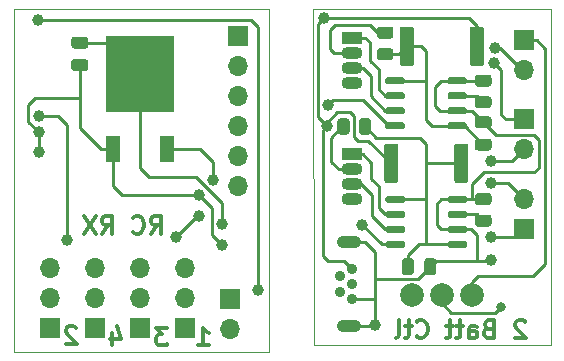
<source format=gbr>
%TF.GenerationSoftware,KiCad,Pcbnew,(5.1.7)-1*%
%TF.CreationDate,2021-06-20T23:27:28+01:00*%
%TF.ProjectId,RcDev,52634465-762e-46b6-9963-61645f706362,rev?*%
%TF.SameCoordinates,Original*%
%TF.FileFunction,Copper,L2,Bot*%
%TF.FilePolarity,Positive*%
%FSLAX46Y46*%
G04 Gerber Fmt 4.6, Leading zero omitted, Abs format (unit mm)*
G04 Created by KiCad (PCBNEW (5.1.7)-1) date 2021-06-20 23:27:28*
%MOMM*%
%LPD*%
G01*
G04 APERTURE LIST*
%TA.AperFunction,Profile*%
%ADD10C,0.050000*%
%TD*%
%TA.AperFunction,NonConductor*%
%ADD11C,0.300000*%
%TD*%
%TA.AperFunction,ComponentPad*%
%ADD12O,1.700000X1.700000*%
%TD*%
%TA.AperFunction,ComponentPad*%
%ADD13R,1.700000X1.700000*%
%TD*%
%TA.AperFunction,ComponentPad*%
%ADD14C,2.000000*%
%TD*%
%TA.AperFunction,ComponentPad*%
%ADD15C,0.900000*%
%TD*%
%TA.AperFunction,ComponentPad*%
%ADD16O,2.050000X1.050000*%
%TD*%
%TA.AperFunction,ComponentPad*%
%ADD17O,1.800000X1.070000*%
%TD*%
%TA.AperFunction,ComponentPad*%
%ADD18R,1.800000X1.070000*%
%TD*%
%TA.AperFunction,SMDPad,CuDef*%
%ADD19R,5.800000X6.400000*%
%TD*%
%TA.AperFunction,SMDPad,CuDef*%
%ADD20R,1.200000X2.200000*%
%TD*%
%TA.AperFunction,ViaPad*%
%ADD21C,1.000000*%
%TD*%
%TA.AperFunction,ViaPad*%
%ADD22C,0.800000*%
%TD*%
%TA.AperFunction,Conductor*%
%ADD23C,0.250000*%
%TD*%
G04 APERTURE END LIST*
D10*
X131038600Y-50292000D02*
X151130000Y-50292000D01*
X105689400Y-50266600D02*
X105664000Y-79349600D01*
X127254000Y-50292000D02*
X105689400Y-50266600D01*
X127279400Y-79349600D02*
X127254000Y-50292000D01*
X105664000Y-79349600D02*
X127279400Y-79349600D01*
X131064000Y-78765400D02*
X131038600Y-50292000D01*
X151130000Y-78740000D02*
X131064000Y-78765400D01*
X151130000Y-50292000D02*
X151130000Y-78740000D01*
D11*
X114014285Y-77720071D02*
X114014285Y-78720071D01*
X114371428Y-77148642D02*
X114728571Y-78220071D01*
X113800000Y-78220071D01*
X118673500Y-77283571D02*
X117744928Y-77283571D01*
X118244928Y-77855000D01*
X118030642Y-77855000D01*
X117887785Y-77926428D01*
X117816357Y-77997857D01*
X117744928Y-78140714D01*
X117744928Y-78497857D01*
X117816357Y-78640714D01*
X117887785Y-78712142D01*
X118030642Y-78783571D01*
X118459214Y-78783571D01*
X118602071Y-78712142D01*
X118673500Y-78640714D01*
X110918571Y-77299428D02*
X110847142Y-77228000D01*
X110704285Y-77156571D01*
X110347142Y-77156571D01*
X110204285Y-77228000D01*
X110132857Y-77299428D01*
X110061428Y-77442285D01*
X110061428Y-77585142D01*
X110132857Y-77799428D01*
X110990000Y-78656571D01*
X110061428Y-78656571D01*
X121300928Y-78783571D02*
X122158071Y-78783571D01*
X121729500Y-78783571D02*
X121729500Y-77283571D01*
X121872357Y-77497857D01*
X122015214Y-77640714D01*
X122158071Y-77712142D01*
X148989371Y-76791428D02*
X148917942Y-76720000D01*
X148775085Y-76648571D01*
X148417942Y-76648571D01*
X148275085Y-76720000D01*
X148203657Y-76791428D01*
X148132228Y-76934285D01*
X148132228Y-77077142D01*
X148203657Y-77291428D01*
X149060800Y-78148571D01*
X148132228Y-78148571D01*
X145846514Y-77362857D02*
X145632228Y-77434285D01*
X145560800Y-77505714D01*
X145489371Y-77648571D01*
X145489371Y-77862857D01*
X145560800Y-78005714D01*
X145632228Y-78077142D01*
X145775085Y-78148571D01*
X146346514Y-78148571D01*
X146346514Y-76648571D01*
X145846514Y-76648571D01*
X145703657Y-76720000D01*
X145632228Y-76791428D01*
X145560800Y-76934285D01*
X145560800Y-77077142D01*
X145632228Y-77220000D01*
X145703657Y-77291428D01*
X145846514Y-77362857D01*
X146346514Y-77362857D01*
X144203657Y-78148571D02*
X144203657Y-77362857D01*
X144275085Y-77220000D01*
X144417942Y-77148571D01*
X144703657Y-77148571D01*
X144846514Y-77220000D01*
X144203657Y-78077142D02*
X144346514Y-78148571D01*
X144703657Y-78148571D01*
X144846514Y-78077142D01*
X144917942Y-77934285D01*
X144917942Y-77791428D01*
X144846514Y-77648571D01*
X144703657Y-77577142D01*
X144346514Y-77577142D01*
X144203657Y-77505714D01*
X143703657Y-77148571D02*
X143132228Y-77148571D01*
X143489371Y-76648571D02*
X143489371Y-77934285D01*
X143417942Y-78077142D01*
X143275085Y-78148571D01*
X143132228Y-78148571D01*
X142846514Y-77148571D02*
X142275085Y-77148571D01*
X142632228Y-76648571D02*
X142632228Y-77934285D01*
X142560800Y-78077142D01*
X142417942Y-78148571D01*
X142275085Y-78148571D01*
X139775085Y-78005714D02*
X139846514Y-78077142D01*
X140060800Y-78148571D01*
X140203657Y-78148571D01*
X140417942Y-78077142D01*
X140560800Y-77934285D01*
X140632228Y-77791428D01*
X140703657Y-77505714D01*
X140703657Y-77291428D01*
X140632228Y-77005714D01*
X140560800Y-76862857D01*
X140417942Y-76720000D01*
X140203657Y-76648571D01*
X140060800Y-76648571D01*
X139846514Y-76720000D01*
X139775085Y-76791428D01*
X139346514Y-77148571D02*
X138775085Y-77148571D01*
X139132228Y-76648571D02*
X139132228Y-77934285D01*
X139060800Y-78077142D01*
X138917942Y-78148571D01*
X138775085Y-78148571D01*
X138060800Y-78148571D02*
X138203657Y-78077142D01*
X138275085Y-77934285D01*
X138275085Y-76648571D01*
X117256428Y-69322071D02*
X117756428Y-68607785D01*
X118113571Y-69322071D02*
X118113571Y-67822071D01*
X117542142Y-67822071D01*
X117399285Y-67893500D01*
X117327857Y-67964928D01*
X117256428Y-68107785D01*
X117256428Y-68322071D01*
X117327857Y-68464928D01*
X117399285Y-68536357D01*
X117542142Y-68607785D01*
X118113571Y-68607785D01*
X115756428Y-69179214D02*
X115827857Y-69250642D01*
X116042142Y-69322071D01*
X116185000Y-69322071D01*
X116399285Y-69250642D01*
X116542142Y-69107785D01*
X116613571Y-68964928D01*
X116685000Y-68679214D01*
X116685000Y-68464928D01*
X116613571Y-68179214D01*
X116542142Y-68036357D01*
X116399285Y-67893500D01*
X116185000Y-67822071D01*
X116042142Y-67822071D01*
X115827857Y-67893500D01*
X115756428Y-67964928D01*
X113113571Y-69322071D02*
X113613571Y-68607785D01*
X113970714Y-69322071D02*
X113970714Y-67822071D01*
X113399285Y-67822071D01*
X113256428Y-67893500D01*
X113185000Y-67964928D01*
X113113571Y-68107785D01*
X113113571Y-68322071D01*
X113185000Y-68464928D01*
X113256428Y-68536357D01*
X113399285Y-68607785D01*
X113970714Y-68607785D01*
X112613571Y-67822071D02*
X111613571Y-69322071D01*
X111613571Y-67822071D02*
X112613571Y-69322071D01*
D12*
%TO.P,J9,2*%
%TO.N,/2+*%
X148869400Y-66395600D03*
D13*
%TO.P,J9,1*%
%TO.N,/2-*%
X148869400Y-68935600D03*
%TD*%
D12*
%TO.P,J6,2*%
%TO.N,/O-*%
X148844000Y-55499000D03*
D13*
%TO.P,J6,1*%
%TO.N,/O+*%
X148844000Y-52959000D03*
%TD*%
%TO.P,J10,1*%
%TO.N,Net-(J10-Pad1)*%
X123977400Y-74828400D03*
D12*
%TO.P,J10,2*%
%TO.N,GND*%
X123977400Y-77368400D03*
%TD*%
D14*
%TO.P,SW1,3*%
%TO.N,N/C*%
X139369800Y-74498200D03*
%TO.P,SW1,2*%
%TO.N,Net-(K2-Pad2)*%
X141909800Y-74498200D03*
%TO.P,SW1,1*%
%TO.N,/O+*%
X144449800Y-74498200D03*
%TD*%
%TO.P,C6,2*%
%TO.N,GND1*%
%TA.AperFunction,SMDPad,CuDef*%
G36*
G01*
X140429400Y-72585600D02*
X140429400Y-71635600D01*
G75*
G02*
X140679400Y-71385600I250000J0D01*
G01*
X141179400Y-71385600D01*
G75*
G02*
X141429400Y-71635600I0J-250000D01*
G01*
X141429400Y-72585600D01*
G75*
G02*
X141179400Y-72835600I-250000J0D01*
G01*
X140679400Y-72835600D01*
G75*
G02*
X140429400Y-72585600I0J250000D01*
G01*
G37*
%TD.AperFunction*%
%TO.P,C6,1*%
%TO.N,Net-(C6-Pad1)*%
%TA.AperFunction,SMDPad,CuDef*%
G36*
G01*
X138529400Y-72585600D02*
X138529400Y-71635600D01*
G75*
G02*
X138779400Y-71385600I250000J0D01*
G01*
X139279400Y-71385600D01*
G75*
G02*
X139529400Y-71635600I0J-250000D01*
G01*
X139529400Y-72585600D01*
G75*
G02*
X139279400Y-72835600I-250000J0D01*
G01*
X138779400Y-72835600D01*
G75*
G02*
X138529400Y-72585600I0J250000D01*
G01*
G37*
%TD.AperFunction*%
%TD*%
D15*
%TO.P,J7,4*%
%TO.N,N/C*%
X133291500Y-74246500D03*
%TO.P,J7,2*%
X133291500Y-72946500D03*
%TO.P,J7,5*%
%TO.N,GND1*%
X134291500Y-74896500D03*
%TO.P,J7,1*%
%TO.N,Net-(J7-Pad1)*%
X134291500Y-72296500D03*
%TO.P,J7,3*%
%TO.N,N/C*%
X134291500Y-73596500D03*
D16*
%TO.P,J7,6*%
%TO.N,GND1*%
X134021500Y-77171500D03*
X134021500Y-70021500D03*
%TD*%
D17*
%TO.P,D2,4*%
%TO.N,N/C*%
X134289800Y-66421000D03*
%TO.P,D2,3*%
%TO.N,Net-(D2-Pad3)*%
X134289800Y-65151000D03*
%TO.P,D2,2*%
%TO.N,Net-(D2-Pad2)*%
X134289800Y-63881000D03*
D18*
%TO.P,D2,1*%
%TO.N,Net-(D2-Pad1)*%
X134289800Y-62611000D03*
%TD*%
%TO.P,U3,8*%
%TO.N,Net-(C4-Pad1)*%
%TA.AperFunction,SMDPad,CuDef*%
G36*
G01*
X138789000Y-56238000D02*
X138789000Y-56538000D01*
G75*
G02*
X138639000Y-56688000I-150000J0D01*
G01*
X137289000Y-56688000D01*
G75*
G02*
X137139000Y-56538000I0J150000D01*
G01*
X137139000Y-56238000D01*
G75*
G02*
X137289000Y-56088000I150000J0D01*
G01*
X138639000Y-56088000D01*
G75*
G02*
X138789000Y-56238000I0J-150000D01*
G01*
G37*
%TD.AperFunction*%
%TO.P,U3,7*%
%TO.N,Net-(D1-Pad1)*%
%TA.AperFunction,SMDPad,CuDef*%
G36*
G01*
X138789000Y-57508000D02*
X138789000Y-57808000D01*
G75*
G02*
X138639000Y-57958000I-150000J0D01*
G01*
X137289000Y-57958000D01*
G75*
G02*
X137139000Y-57808000I0J150000D01*
G01*
X137139000Y-57508000D01*
G75*
G02*
X137289000Y-57358000I150000J0D01*
G01*
X138639000Y-57358000D01*
G75*
G02*
X138789000Y-57508000I0J-150000D01*
G01*
G37*
%TD.AperFunction*%
%TO.P,U3,6*%
%TO.N,Net-(D1-Pad3)*%
%TA.AperFunction,SMDPad,CuDef*%
G36*
G01*
X138789000Y-58778000D02*
X138789000Y-59078000D01*
G75*
G02*
X138639000Y-59228000I-150000J0D01*
G01*
X137289000Y-59228000D01*
G75*
G02*
X137139000Y-59078000I0J150000D01*
G01*
X137139000Y-58778000D01*
G75*
G02*
X137289000Y-58628000I150000J0D01*
G01*
X138639000Y-58628000D01*
G75*
G02*
X138789000Y-58778000I0J-150000D01*
G01*
G37*
%TD.AperFunction*%
%TO.P,U3,5*%
%TO.N,Net-(C3-Pad1)*%
%TA.AperFunction,SMDPad,CuDef*%
G36*
G01*
X138789000Y-60048000D02*
X138789000Y-60348000D01*
G75*
G02*
X138639000Y-60498000I-150000J0D01*
G01*
X137289000Y-60498000D01*
G75*
G02*
X137139000Y-60348000I0J150000D01*
G01*
X137139000Y-60048000D01*
G75*
G02*
X137289000Y-59898000I150000J0D01*
G01*
X138639000Y-59898000D01*
G75*
G02*
X138789000Y-60048000I0J-150000D01*
G01*
G37*
%TD.AperFunction*%
%TO.P,U3,4*%
%TO.N,Net-(C4-Pad1)*%
%TA.AperFunction,SMDPad,CuDef*%
G36*
G01*
X144039000Y-60048000D02*
X144039000Y-60348000D01*
G75*
G02*
X143889000Y-60498000I-150000J0D01*
G01*
X142539000Y-60498000D01*
G75*
G02*
X142389000Y-60348000I0J150000D01*
G01*
X142389000Y-60048000D01*
G75*
G02*
X142539000Y-59898000I150000J0D01*
G01*
X143889000Y-59898000D01*
G75*
G02*
X144039000Y-60048000I0J-150000D01*
G01*
G37*
%TD.AperFunction*%
%TO.P,U3,3*%
%TO.N,GND1*%
%TA.AperFunction,SMDPad,CuDef*%
G36*
G01*
X144039000Y-58778000D02*
X144039000Y-59078000D01*
G75*
G02*
X143889000Y-59228000I-150000J0D01*
G01*
X142539000Y-59228000D01*
G75*
G02*
X142389000Y-59078000I0J150000D01*
G01*
X142389000Y-58778000D01*
G75*
G02*
X142539000Y-58628000I150000J0D01*
G01*
X143889000Y-58628000D01*
G75*
G02*
X144039000Y-58778000I0J-150000D01*
G01*
G37*
%TD.AperFunction*%
%TO.P,U3,2*%
%TO.N,Net-(R9-Pad1)*%
%TA.AperFunction,SMDPad,CuDef*%
G36*
G01*
X144039000Y-57508000D02*
X144039000Y-57808000D01*
G75*
G02*
X143889000Y-57958000I-150000J0D01*
G01*
X142539000Y-57958000D01*
G75*
G02*
X142389000Y-57808000I0J150000D01*
G01*
X142389000Y-57508000D01*
G75*
G02*
X142539000Y-57358000I150000J0D01*
G01*
X143889000Y-57358000D01*
G75*
G02*
X144039000Y-57508000I0J-150000D01*
G01*
G37*
%TD.AperFunction*%
%TO.P,U3,1*%
%TO.N,GND1*%
%TA.AperFunction,SMDPad,CuDef*%
G36*
G01*
X144039000Y-56238000D02*
X144039000Y-56538000D01*
G75*
G02*
X143889000Y-56688000I-150000J0D01*
G01*
X142539000Y-56688000D01*
G75*
G02*
X142389000Y-56538000I0J150000D01*
G01*
X142389000Y-56238000D01*
G75*
G02*
X142539000Y-56088000I150000J0D01*
G01*
X143889000Y-56088000D01*
G75*
G02*
X144039000Y-56238000I0J-150000D01*
G01*
G37*
%TD.AperFunction*%
%TD*%
D12*
%TO.P,J5,3*%
%TO.N,/CH1*%
X120142000Y-72263000D03*
%TO.P,J5,2*%
%TO.N,+BATT*%
X120142000Y-74803000D03*
D13*
%TO.P,J5,1*%
%TO.N,GND*%
X120142000Y-77343000D03*
%TD*%
D19*
%TO.P,V1,2*%
%TO.N,GND*%
X116332000Y-55812000D03*
D20*
%TO.P,V1,3*%
%TO.N,+3V3*%
X114052000Y-62112000D03*
%TO.P,V1,1*%
%TO.N,+BATT*%
X118612000Y-62112000D03*
%TD*%
%TO.P,U4,8*%
%TO.N,Net-(C6-Pad1)*%
%TA.AperFunction,SMDPad,CuDef*%
G36*
G01*
X138789000Y-66271000D02*
X138789000Y-66571000D01*
G75*
G02*
X138639000Y-66721000I-150000J0D01*
G01*
X137289000Y-66721000D01*
G75*
G02*
X137139000Y-66571000I0J150000D01*
G01*
X137139000Y-66271000D01*
G75*
G02*
X137289000Y-66121000I150000J0D01*
G01*
X138639000Y-66121000D01*
G75*
G02*
X138789000Y-66271000I0J-150000D01*
G01*
G37*
%TD.AperFunction*%
%TO.P,U4,7*%
%TO.N,Net-(D2-Pad1)*%
%TA.AperFunction,SMDPad,CuDef*%
G36*
G01*
X138789000Y-67541000D02*
X138789000Y-67841000D01*
G75*
G02*
X138639000Y-67991000I-150000J0D01*
G01*
X137289000Y-67991000D01*
G75*
G02*
X137139000Y-67841000I0J150000D01*
G01*
X137139000Y-67541000D01*
G75*
G02*
X137289000Y-67391000I150000J0D01*
G01*
X138639000Y-67391000D01*
G75*
G02*
X138789000Y-67541000I0J-150000D01*
G01*
G37*
%TD.AperFunction*%
%TO.P,U4,6*%
%TO.N,Net-(D2-Pad3)*%
%TA.AperFunction,SMDPad,CuDef*%
G36*
G01*
X138789000Y-68811000D02*
X138789000Y-69111000D01*
G75*
G02*
X138639000Y-69261000I-150000J0D01*
G01*
X137289000Y-69261000D01*
G75*
G02*
X137139000Y-69111000I0J150000D01*
G01*
X137139000Y-68811000D01*
G75*
G02*
X137289000Y-68661000I150000J0D01*
G01*
X138639000Y-68661000D01*
G75*
G02*
X138789000Y-68811000I0J-150000D01*
G01*
G37*
%TD.AperFunction*%
%TO.P,U4,5*%
%TO.N,Net-(C5-Pad1)*%
%TA.AperFunction,SMDPad,CuDef*%
G36*
G01*
X138789000Y-70081000D02*
X138789000Y-70381000D01*
G75*
G02*
X138639000Y-70531000I-150000J0D01*
G01*
X137289000Y-70531000D01*
G75*
G02*
X137139000Y-70381000I0J150000D01*
G01*
X137139000Y-70081000D01*
G75*
G02*
X137289000Y-69931000I150000J0D01*
G01*
X138639000Y-69931000D01*
G75*
G02*
X138789000Y-70081000I0J-150000D01*
G01*
G37*
%TD.AperFunction*%
%TO.P,U4,4*%
%TO.N,Net-(C6-Pad1)*%
%TA.AperFunction,SMDPad,CuDef*%
G36*
G01*
X144039000Y-70081000D02*
X144039000Y-70381000D01*
G75*
G02*
X143889000Y-70531000I-150000J0D01*
G01*
X142539000Y-70531000D01*
G75*
G02*
X142389000Y-70381000I0J150000D01*
G01*
X142389000Y-70081000D01*
G75*
G02*
X142539000Y-69931000I150000J0D01*
G01*
X143889000Y-69931000D01*
G75*
G02*
X144039000Y-70081000I0J-150000D01*
G01*
G37*
%TD.AperFunction*%
%TO.P,U4,3*%
%TO.N,GND1*%
%TA.AperFunction,SMDPad,CuDef*%
G36*
G01*
X144039000Y-68811000D02*
X144039000Y-69111000D01*
G75*
G02*
X143889000Y-69261000I-150000J0D01*
G01*
X142539000Y-69261000D01*
G75*
G02*
X142389000Y-69111000I0J150000D01*
G01*
X142389000Y-68811000D01*
G75*
G02*
X142539000Y-68661000I150000J0D01*
G01*
X143889000Y-68661000D01*
G75*
G02*
X144039000Y-68811000I0J-150000D01*
G01*
G37*
%TD.AperFunction*%
%TO.P,U4,2*%
%TO.N,Net-(R12-Pad1)*%
%TA.AperFunction,SMDPad,CuDef*%
G36*
G01*
X144039000Y-67541000D02*
X144039000Y-67841000D01*
G75*
G02*
X143889000Y-67991000I-150000J0D01*
G01*
X142539000Y-67991000D01*
G75*
G02*
X142389000Y-67841000I0J150000D01*
G01*
X142389000Y-67541000D01*
G75*
G02*
X142539000Y-67391000I150000J0D01*
G01*
X143889000Y-67391000D01*
G75*
G02*
X144039000Y-67541000I0J-150000D01*
G01*
G37*
%TD.AperFunction*%
%TO.P,U4,1*%
%TO.N,GND1*%
%TA.AperFunction,SMDPad,CuDef*%
G36*
G01*
X144039000Y-66271000D02*
X144039000Y-66571000D01*
G75*
G02*
X143889000Y-66721000I-150000J0D01*
G01*
X142539000Y-66721000D01*
G75*
G02*
X142389000Y-66571000I0J150000D01*
G01*
X142389000Y-66271000D01*
G75*
G02*
X142539000Y-66121000I150000J0D01*
G01*
X143889000Y-66121000D01*
G75*
G02*
X144039000Y-66271000I0J-150000D01*
G01*
G37*
%TD.AperFunction*%
%TD*%
%TO.P,R12,2*%
%TO.N,GND1*%
%TA.AperFunction,SMDPad,CuDef*%
G36*
G01*
X145865001Y-66910000D02*
X144964999Y-66910000D01*
G75*
G02*
X144715000Y-66660001I0J249999D01*
G01*
X144715000Y-66134999D01*
G75*
G02*
X144964999Y-65885000I249999J0D01*
G01*
X145865001Y-65885000D01*
G75*
G02*
X146115000Y-66134999I0J-249999D01*
G01*
X146115000Y-66660001D01*
G75*
G02*
X145865001Y-66910000I-249999J0D01*
G01*
G37*
%TD.AperFunction*%
%TO.P,R12,1*%
%TO.N,Net-(R12-Pad1)*%
%TA.AperFunction,SMDPad,CuDef*%
G36*
G01*
X145865001Y-68735000D02*
X144964999Y-68735000D01*
G75*
G02*
X144715000Y-68485001I0J249999D01*
G01*
X144715000Y-67959999D01*
G75*
G02*
X144964999Y-67710000I249999J0D01*
G01*
X145865001Y-67710000D01*
G75*
G02*
X146115000Y-67959999I0J-249999D01*
G01*
X146115000Y-68485001D01*
G75*
G02*
X145865001Y-68735000I-249999J0D01*
G01*
G37*
%TD.AperFunction*%
%TD*%
%TO.P,R11,2*%
%TO.N,Net-(D2-Pad2)*%
%TA.AperFunction,SMDPad,CuDef*%
G36*
G01*
X134093000Y-59798799D02*
X134093000Y-60698801D01*
G75*
G02*
X133843001Y-60948800I-249999J0D01*
G01*
X133317999Y-60948800D01*
G75*
G02*
X133068000Y-60698801I0J249999D01*
G01*
X133068000Y-59798799D01*
G75*
G02*
X133317999Y-59548800I249999J0D01*
G01*
X133843001Y-59548800D01*
G75*
G02*
X134093000Y-59798799I0J-249999D01*
G01*
G37*
%TD.AperFunction*%
%TO.P,R11,1*%
%TO.N,Net-(C6-Pad1)*%
%TA.AperFunction,SMDPad,CuDef*%
G36*
G01*
X135918000Y-59798799D02*
X135918000Y-60698801D01*
G75*
G02*
X135668001Y-60948800I-249999J0D01*
G01*
X135142999Y-60948800D01*
G75*
G02*
X134893000Y-60698801I0J249999D01*
G01*
X134893000Y-59798799D01*
G75*
G02*
X135142999Y-59548800I249999J0D01*
G01*
X135668001Y-59548800D01*
G75*
G02*
X135918000Y-59798799I0J-249999D01*
G01*
G37*
%TD.AperFunction*%
%TD*%
%TO.P,R10,2*%
%TO.N,Net-(C6-Pad1)*%
%TA.AperFunction,SMDPad,CuDef*%
G36*
G01*
X142939000Y-64798000D02*
X142939000Y-61948000D01*
G75*
G02*
X143189000Y-61698000I250000J0D01*
G01*
X143914000Y-61698000D01*
G75*
G02*
X144164000Y-61948000I0J-250000D01*
G01*
X144164000Y-64798000D01*
G75*
G02*
X143914000Y-65048000I-250000J0D01*
G01*
X143189000Y-65048000D01*
G75*
G02*
X142939000Y-64798000I0J250000D01*
G01*
G37*
%TD.AperFunction*%
%TO.P,R10,1*%
%TO.N,Net-(J7-Pad1)*%
%TA.AperFunction,SMDPad,CuDef*%
G36*
G01*
X137014000Y-64798000D02*
X137014000Y-61948000D01*
G75*
G02*
X137264000Y-61698000I250000J0D01*
G01*
X137989000Y-61698000D01*
G75*
G02*
X138239000Y-61948000I0J-250000D01*
G01*
X138239000Y-64798000D01*
G75*
G02*
X137989000Y-65048000I-250000J0D01*
G01*
X137264000Y-65048000D01*
G75*
G02*
X137014000Y-64798000I0J250000D01*
G01*
G37*
%TD.AperFunction*%
%TD*%
%TO.P,R9,2*%
%TO.N,GND1*%
%TA.AperFunction,SMDPad,CuDef*%
G36*
G01*
X145865001Y-56877000D02*
X144964999Y-56877000D01*
G75*
G02*
X144715000Y-56627001I0J249999D01*
G01*
X144715000Y-56101999D01*
G75*
G02*
X144964999Y-55852000I249999J0D01*
G01*
X145865001Y-55852000D01*
G75*
G02*
X146115000Y-56101999I0J-249999D01*
G01*
X146115000Y-56627001D01*
G75*
G02*
X145865001Y-56877000I-249999J0D01*
G01*
G37*
%TD.AperFunction*%
%TO.P,R9,1*%
%TO.N,Net-(R9-Pad1)*%
%TA.AperFunction,SMDPad,CuDef*%
G36*
G01*
X145865001Y-58702000D02*
X144964999Y-58702000D01*
G75*
G02*
X144715000Y-58452001I0J249999D01*
G01*
X144715000Y-57926999D01*
G75*
G02*
X144964999Y-57677000I249999J0D01*
G01*
X145865001Y-57677000D01*
G75*
G02*
X146115000Y-57926999I0J-249999D01*
G01*
X146115000Y-58452001D01*
G75*
G02*
X145865001Y-58702000I-249999J0D01*
G01*
G37*
%TD.AperFunction*%
%TD*%
%TO.P,R8,2*%
%TO.N,Net-(D1-Pad2)*%
%TA.AperFunction,SMDPad,CuDef*%
G36*
G01*
X137559201Y-52813000D02*
X136659199Y-52813000D01*
G75*
G02*
X136409200Y-52563001I0J249999D01*
G01*
X136409200Y-52037999D01*
G75*
G02*
X136659199Y-51788000I249999J0D01*
G01*
X137559201Y-51788000D01*
G75*
G02*
X137809200Y-52037999I0J-249999D01*
G01*
X137809200Y-52563001D01*
G75*
G02*
X137559201Y-52813000I-249999J0D01*
G01*
G37*
%TD.AperFunction*%
%TO.P,R8,1*%
%TO.N,Net-(C4-Pad1)*%
%TA.AperFunction,SMDPad,CuDef*%
G36*
G01*
X137559201Y-54638000D02*
X136659199Y-54638000D01*
G75*
G02*
X136409200Y-54388001I0J249999D01*
G01*
X136409200Y-53862999D01*
G75*
G02*
X136659199Y-53613000I249999J0D01*
G01*
X137559201Y-53613000D01*
G75*
G02*
X137809200Y-53862999I0J-249999D01*
G01*
X137809200Y-54388001D01*
G75*
G02*
X137559201Y-54638000I-249999J0D01*
G01*
G37*
%TD.AperFunction*%
%TD*%
%TO.P,R7,2*%
%TO.N,Net-(C4-Pad1)*%
%TA.AperFunction,SMDPad,CuDef*%
G36*
G01*
X139559800Y-52042000D02*
X139559800Y-54892000D01*
G75*
G02*
X139309800Y-55142000I-250000J0D01*
G01*
X138584800Y-55142000D01*
G75*
G02*
X138334800Y-54892000I0J250000D01*
G01*
X138334800Y-52042000D01*
G75*
G02*
X138584800Y-51792000I250000J0D01*
G01*
X139309800Y-51792000D01*
G75*
G02*
X139559800Y-52042000I0J-250000D01*
G01*
G37*
%TD.AperFunction*%
%TO.P,R7,1*%
%TO.N,Net-(J7-Pad1)*%
%TA.AperFunction,SMDPad,CuDef*%
G36*
G01*
X145484800Y-52042000D02*
X145484800Y-54892000D01*
G75*
G02*
X145234800Y-55142000I-250000J0D01*
G01*
X144509800Y-55142000D01*
G75*
G02*
X144259800Y-54892000I0J250000D01*
G01*
X144259800Y-52042000D01*
G75*
G02*
X144509800Y-51792000I250000J0D01*
G01*
X145234800Y-51792000D01*
G75*
G02*
X145484800Y-52042000I0J-250000D01*
G01*
G37*
%TD.AperFunction*%
%TD*%
D12*
%TO.P,J8,2*%
%TO.N,/1+*%
X148869400Y-62179200D03*
D13*
%TO.P,J8,1*%
%TO.N,/1-*%
X148869400Y-59639200D03*
%TD*%
D12*
%TO.P,J4,3*%
%TO.N,/CH2*%
X108712000Y-72263000D03*
%TO.P,J4,2*%
%TO.N,+BATT*%
X108712000Y-74803000D03*
D13*
%TO.P,J4,1*%
%TO.N,GND*%
X108712000Y-77343000D03*
%TD*%
D12*
%TO.P,J2,3*%
%TO.N,/CH3*%
X116332000Y-72263000D03*
%TO.P,J2,2*%
%TO.N,+BATT*%
X116332000Y-74803000D03*
D13*
%TO.P,J2,1*%
%TO.N,GND*%
X116332000Y-77343000D03*
%TD*%
D12*
%TO.P,J1,3*%
%TO.N,/CH4*%
X112522000Y-72263000D03*
%TO.P,J1,2*%
%TO.N,+BATT*%
X112522000Y-74803000D03*
D13*
%TO.P,J1,1*%
%TO.N,GND*%
X112522000Y-77343000D03*
%TD*%
D17*
%TO.P,D1,4*%
%TO.N,N/C*%
X134289800Y-56565800D03*
%TO.P,D1,3*%
%TO.N,Net-(D1-Pad3)*%
X134289800Y-55295800D03*
%TO.P,D1,2*%
%TO.N,Net-(D1-Pad2)*%
X134289800Y-54025800D03*
D18*
%TO.P,D1,1*%
%TO.N,Net-(D1-Pad1)*%
X134289800Y-52755800D03*
%TD*%
%TO.P,C4,2*%
%TO.N,GND1*%
%TA.AperFunction,SMDPad,CuDef*%
G36*
G01*
X145890000Y-60383000D02*
X144940000Y-60383000D01*
G75*
G02*
X144690000Y-60133000I0J250000D01*
G01*
X144690000Y-59633000D01*
G75*
G02*
X144940000Y-59383000I250000J0D01*
G01*
X145890000Y-59383000D01*
G75*
G02*
X146140000Y-59633000I0J-250000D01*
G01*
X146140000Y-60133000D01*
G75*
G02*
X145890000Y-60383000I-250000J0D01*
G01*
G37*
%TD.AperFunction*%
%TO.P,C4,1*%
%TO.N,Net-(C4-Pad1)*%
%TA.AperFunction,SMDPad,CuDef*%
G36*
G01*
X145890000Y-62283000D02*
X144940000Y-62283000D01*
G75*
G02*
X144690000Y-62033000I0J250000D01*
G01*
X144690000Y-61533000D01*
G75*
G02*
X144940000Y-61283000I250000J0D01*
G01*
X145890000Y-61283000D01*
G75*
G02*
X146140000Y-61533000I0J-250000D01*
G01*
X146140000Y-62033000D01*
G75*
G02*
X145890000Y-62283000I-250000J0D01*
G01*
G37*
%TD.AperFunction*%
%TD*%
%TO.P,C1,2*%
%TO.N,GND*%
%TA.AperFunction,SMDPad,CuDef*%
G36*
G01*
X111727000Y-53652000D02*
X110777000Y-53652000D01*
G75*
G02*
X110527000Y-53402000I0J250000D01*
G01*
X110527000Y-52902000D01*
G75*
G02*
X110777000Y-52652000I250000J0D01*
G01*
X111727000Y-52652000D01*
G75*
G02*
X111977000Y-52902000I0J-250000D01*
G01*
X111977000Y-53402000D01*
G75*
G02*
X111727000Y-53652000I-250000J0D01*
G01*
G37*
%TD.AperFunction*%
%TO.P,C1,1*%
%TO.N,+3V3*%
%TA.AperFunction,SMDPad,CuDef*%
G36*
G01*
X111727000Y-55552000D02*
X110777000Y-55552000D01*
G75*
G02*
X110527000Y-55302000I0J250000D01*
G01*
X110527000Y-54802000D01*
G75*
G02*
X110777000Y-54552000I250000J0D01*
G01*
X111727000Y-54552000D01*
G75*
G02*
X111977000Y-54802000I0J-250000D01*
G01*
X111977000Y-55302000D01*
G75*
G02*
X111727000Y-55552000I-250000J0D01*
G01*
G37*
%TD.AperFunction*%
%TD*%
D13*
%TO.P,J3,1*%
%TO.N,+3V3*%
X124650500Y-52578000D03*
D12*
%TO.P,J3,2*%
%TO.N,/RST*%
X124650500Y-55118000D03*
%TO.P,J3,3*%
%TO.N,/Flash*%
X124650500Y-57658000D03*
%TO.P,J3,4*%
%TO.N,/Tx*%
X124650500Y-60198000D03*
%TO.P,J3,5*%
%TO.N,/Rx*%
X124650500Y-62738000D03*
%TO.P,J3,6*%
%TO.N,GND*%
X124650500Y-65278000D03*
%TD*%
D21*
%TO.N,GND*%
X123269156Y-68526253D03*
%TO.N,+3V3*%
X123317000Y-70307206D03*
X121361200Y-66065402D03*
X107772200Y-62406811D03*
X107772196Y-60756800D03*
%TO.N,Net-(C3-Pad1)*%
X132247705Y-58464686D03*
%TO.N,Net-(C5-Pad1)*%
X135178798Y-68554600D03*
%TO.N,+BATT*%
X122529238Y-64794894D03*
%TO.N,Net-(J7-Pad1)*%
X131927600Y-51054000D03*
X132181600Y-60248800D03*
D22*
%TO.N,Net-(K2-Pad2)*%
X146888200Y-75514200D03*
D21*
%TO.N,Net-(R1-Pad2)*%
X119380000Y-69596000D03*
X121361200Y-67792600D03*
%TO.N,Net-(U1-Pad6)*%
X110185200Y-69824600D03*
X107825401Y-59381155D03*
%TO.N,/1+*%
X146075400Y-63169800D03*
%TO.N,/1-*%
X146354800Y-54864002D03*
%TO.N,/2+*%
X146075400Y-64998600D03*
%TO.N,/2-*%
X146075400Y-69646800D03*
%TO.N,GND1*%
X136245600Y-77063600D03*
X146075402Y-71577200D03*
%TO.N,Net-(J10-Pad1)*%
X126314200Y-74066400D03*
X107696000Y-51257200D03*
%TO.N,/O-*%
X146380200Y-53644800D03*
%TD*%
D23*
%TO.N,GND*%
X113672000Y-53152000D02*
X116332000Y-55812000D01*
X111252000Y-53152000D02*
X113672000Y-53152000D01*
X123269156Y-66752356D02*
X121058200Y-64541400D01*
X123269156Y-68526253D02*
X123269156Y-66752356D01*
X117144800Y-64541400D02*
X116332000Y-63728600D01*
X121058200Y-64541400D02*
X117144800Y-64541400D01*
X116332000Y-63728600D02*
X116332000Y-55812000D01*
%TO.N,+3V3*%
X113039000Y-62112000D02*
X114052000Y-62112000D01*
X111252000Y-60325000D02*
X111315500Y-60388500D01*
X111315500Y-60388500D02*
X113039000Y-62112000D01*
X111252000Y-58547000D02*
X111252000Y-60325000D01*
X111252000Y-55052000D02*
X111252000Y-57848500D01*
X111252000Y-57848500D02*
X111252000Y-58547000D01*
X123317000Y-70307206D02*
X122436003Y-69426209D01*
X122436003Y-69426209D02*
X122436003Y-67140205D01*
X122436003Y-67140205D02*
X121361200Y-66065402D01*
X114870802Y-66065402D02*
X114052000Y-65246600D01*
X121361200Y-66065402D02*
X114870802Y-66065402D01*
X114052000Y-62112000D02*
X114052000Y-65246600D01*
X107772200Y-62406811D02*
X107772200Y-60756804D01*
X107772200Y-60756804D02*
X107772196Y-60756800D01*
X107442000Y-57848500D02*
X106870998Y-58419502D01*
X106870998Y-59855602D02*
X107772196Y-60756800D01*
X111252000Y-57848500D02*
X107442000Y-57848500D01*
X106870998Y-58419502D02*
X106870998Y-59855602D01*
%TO.N,Net-(C3-Pad1)*%
X132263914Y-58464686D02*
X132247705Y-58464686D01*
X132689600Y-58039000D02*
X132263914Y-58464686D01*
X135255000Y-58039000D02*
X132689600Y-58039000D01*
X137414000Y-60198000D02*
X135255000Y-58039000D01*
X137964000Y-60198000D02*
X137414000Y-60198000D01*
%TO.N,Net-(C4-Pad1)*%
X141097000Y-60198000D02*
X143214000Y-60198000D01*
X140589000Y-59690000D02*
X141097000Y-60198000D01*
X143830000Y-60198000D02*
X143214000Y-60198000D01*
X145415000Y-61783000D02*
X143830000Y-60198000D01*
X140589000Y-57175400D02*
X140589000Y-59690000D01*
X137964000Y-56388000D02*
X140589000Y-56388000D01*
X140589000Y-57175400D02*
X140589000Y-56388000D01*
X138288800Y-54125500D02*
X138947300Y-53467000D01*
X137109200Y-54125500D02*
X138288800Y-54125500D01*
X138947300Y-53467000D02*
X140157200Y-53467000D01*
X140589000Y-53898800D02*
X140589000Y-55308500D01*
X140157200Y-53467000D02*
X140589000Y-53898800D01*
X140589000Y-55308500D02*
X140589000Y-56388000D01*
%TO.N,Net-(C5-Pad1)*%
X136855198Y-70231000D02*
X135178798Y-68554600D01*
X137964000Y-70231000D02*
X136855198Y-70231000D01*
%TO.N,Net-(C6-Pad1)*%
X140589000Y-66548000D02*
X140589000Y-65278000D01*
X141605000Y-70231000D02*
X141224000Y-70231000D01*
X143214000Y-70231000D02*
X141605000Y-70231000D01*
X140081000Y-61214000D02*
X140589000Y-61722000D01*
X140589000Y-64262000D02*
X140589000Y-65278000D01*
X140589000Y-63500000D02*
X140589000Y-64262000D01*
X140462000Y-66421000D02*
X140589000Y-66548000D01*
X137964000Y-66421000D02*
X140462000Y-66421000D01*
X137642600Y-61214000D02*
X137134600Y-61214000D01*
X138531600Y-61214000D02*
X136370700Y-61214000D01*
X136370700Y-61214000D02*
X135405500Y-60248800D01*
X137642600Y-61214000D02*
X138531600Y-61214000D01*
X138531600Y-61214000D02*
X140081000Y-61214000D01*
X139029400Y-71155600D02*
X139029400Y-72110600D01*
X139954000Y-70231000D02*
X139029400Y-71155600D01*
X140589000Y-69062600D02*
X140589000Y-70231000D01*
X140589000Y-70231000D02*
X139954000Y-70231000D01*
X143214000Y-70231000D02*
X140589000Y-70231000D01*
X140589000Y-69596000D02*
X140589000Y-69062600D01*
X140589000Y-69062600D02*
X140589000Y-66548000D01*
X141516100Y-63373000D02*
X140589000Y-63373000D01*
X140589000Y-63373000D02*
X140589000Y-63500000D01*
X140589000Y-61722000D02*
X140589000Y-63373000D01*
X143551500Y-63373000D02*
X141516100Y-63373000D01*
X141516100Y-63373000D02*
X140716000Y-63373000D01*
%TO.N,Net-(D1-Pad3)*%
X137139000Y-58928000D02*
X137964000Y-58928000D01*
X135890000Y-57679000D02*
X137139000Y-58928000D01*
X135890000Y-55956200D02*
X135890000Y-57679000D01*
X135229600Y-55295800D02*
X135890000Y-55956200D01*
X134289800Y-55295800D02*
X135229600Y-55295800D01*
%TO.N,Net-(D1-Pad2)*%
X137109200Y-52300500D02*
X136476100Y-52300500D01*
X136476100Y-52300500D02*
X135813800Y-51638200D01*
X135813800Y-51638200D02*
X132842000Y-51638200D01*
X132842000Y-51638200D02*
X132435600Y-52044600D01*
X132435600Y-52044600D02*
X132435600Y-53721000D01*
X132740400Y-54025800D02*
X134289800Y-54025800D01*
X132435600Y-53721000D02*
X132740400Y-54025800D01*
%TO.N,Net-(D1-Pad1)*%
X137139000Y-57658000D02*
X137964000Y-57658000D01*
X136550400Y-57069400D02*
X137139000Y-57658000D01*
X136550400Y-55422800D02*
X136550400Y-57069400D01*
X135813800Y-54686200D02*
X136550400Y-55422800D01*
X135813800Y-53136800D02*
X135813800Y-54686200D01*
X135432800Y-52755800D02*
X135813800Y-53136800D01*
X134289800Y-52755800D02*
X135432800Y-52755800D01*
%TO.N,Net-(D2-Pad3)*%
X137139000Y-68961000D02*
X135966200Y-67788200D01*
X137964000Y-68961000D02*
X137139000Y-68961000D01*
X135102600Y-65151000D02*
X135966200Y-66014600D01*
X134289800Y-65151000D02*
X135102600Y-65151000D01*
X135966200Y-67788200D02*
X135966200Y-66014600D01*
%TO.N,Net-(D2-Pad2)*%
X133580500Y-60248800D02*
X133477000Y-60248800D01*
X133477000Y-60248800D02*
X132537200Y-61188600D01*
X133197600Y-63881000D02*
X132537200Y-63220600D01*
X134289800Y-63881000D02*
X133197600Y-63881000D01*
X132537200Y-61188600D02*
X132537200Y-63220600D01*
%TO.N,Net-(D2-Pad1)*%
X137139000Y-67691000D02*
X137964000Y-67691000D01*
X136601200Y-67153200D02*
X137139000Y-67691000D01*
X134289800Y-62611000D02*
X135229600Y-62611000D01*
X135229600Y-62611000D02*
X135940800Y-63322200D01*
X135940800Y-64668400D02*
X136601200Y-65328800D01*
X135940800Y-63322200D02*
X135940800Y-64668400D01*
X136601200Y-65328800D02*
X136601200Y-67153200D01*
%TO.N,+BATT*%
X118612000Y-62112000D02*
X121395600Y-62112000D01*
X122529238Y-63245638D02*
X122529238Y-64794894D01*
X121395600Y-62112000D02*
X122529238Y-63245638D01*
%TO.N,Net-(J7-Pad1)*%
X131414010Y-51567590D02*
X131414010Y-59481210D01*
X131927600Y-51054000D02*
X131414010Y-51567590D01*
X131414010Y-59481210D02*
X132181600Y-60248800D01*
X144872300Y-53467000D02*
X144872300Y-51755900D01*
X144170400Y-51054000D02*
X142316200Y-51054000D01*
X144872300Y-51755900D02*
X144170400Y-51054000D01*
X142316200Y-51054000D02*
X131927600Y-51054000D01*
X135696100Y-61442600D02*
X137626500Y-63373000D01*
X134797800Y-61442600D02*
X135696100Y-61442600D01*
X134493000Y-61137800D02*
X134797800Y-61442600D01*
X134493000Y-59385200D02*
X134493000Y-61137800D01*
X134162800Y-59055000D02*
X134493000Y-59385200D01*
X133070600Y-59055000D02*
X134162800Y-59055000D01*
X132181600Y-59944000D02*
X133070600Y-59055000D01*
X132181600Y-60248800D02*
X132181600Y-59944000D01*
X131851400Y-60579000D02*
X132181600Y-60248800D01*
X131851400Y-71221600D02*
X131851400Y-60579000D01*
X132257800Y-71628000D02*
X131851400Y-71221600D01*
X133623000Y-71628000D02*
X132257800Y-71628000D01*
X134291500Y-72296500D02*
X133623000Y-71628000D01*
%TO.N,Net-(K2-Pad2)*%
X141909800Y-74498200D02*
X141909800Y-75234800D01*
X141909800Y-75234800D02*
X142697200Y-76022200D01*
X146380200Y-76022200D02*
X146888200Y-75514200D01*
X142697200Y-76022200D02*
X146380200Y-76022200D01*
%TO.N,Net-(R9-Pad1)*%
X144883500Y-57658000D02*
X145415000Y-58189500D01*
X143214000Y-57658000D02*
X144883500Y-57658000D01*
%TO.N,Net-(R12-Pad1)*%
X144883500Y-67691000D02*
X145415000Y-68222500D01*
X143214000Y-67691000D02*
X144883500Y-67691000D01*
%TO.N,Net-(R1-Pad2)*%
X119380000Y-69596000D02*
X121183400Y-67792600D01*
X121183400Y-67792600D02*
X121361200Y-67792600D01*
%TO.N,Net-(U1-Pad6)*%
X107825401Y-59381155D02*
X109444555Y-59381155D01*
X110185200Y-60121800D02*
X110185200Y-62369700D01*
X109444555Y-59381155D02*
X110185200Y-60121800D01*
X110185200Y-69824600D02*
X110185200Y-62369700D01*
%TO.N,/1+*%
X147878800Y-63169800D02*
X148869400Y-62179200D01*
X146075400Y-63169800D02*
X147878800Y-63169800D01*
%TO.N,/1-*%
X146354800Y-54864002D02*
X146939000Y-55448202D01*
X146939000Y-55448202D02*
X146939000Y-59258200D01*
X147320000Y-59639200D02*
X148869400Y-59639200D01*
X146939000Y-59258200D02*
X147320000Y-59639200D01*
%TO.N,/2+*%
X147472400Y-64998600D02*
X148869400Y-66395600D01*
X146075400Y-64998600D02*
X147472400Y-64998600D01*
%TO.N,/2-*%
X148158200Y-69646800D02*
X148869400Y-68935600D01*
X146075400Y-69646800D02*
X148158200Y-69646800D01*
%TO.N,GND1*%
X145391500Y-56388000D02*
X145415000Y-56364500D01*
X143214000Y-56388000D02*
X145391500Y-56388000D01*
X145391500Y-66421000D02*
X145415000Y-66397500D01*
X143214000Y-66421000D02*
X141859000Y-66421000D01*
X141859000Y-66421000D02*
X141478000Y-66802000D01*
X141478000Y-66802000D02*
X141478000Y-68580000D01*
X141859000Y-68961000D02*
X143214000Y-68961000D01*
X141478000Y-68580000D02*
X141859000Y-68961000D01*
X144460000Y-58928000D02*
X143214000Y-58928000D01*
X145415000Y-59883000D02*
X144460000Y-58928000D01*
X143214000Y-56388000D02*
X141859000Y-56388000D01*
X141859000Y-56388000D02*
X141351000Y-56896000D01*
X141351000Y-56896000D02*
X141351000Y-58547000D01*
X141732000Y-58928000D02*
X143214000Y-58928000D01*
X141351000Y-58547000D02*
X141732000Y-58928000D01*
X143214000Y-68961000D02*
X144297400Y-68961000D01*
X141437400Y-71602600D02*
X140929400Y-72110600D01*
X143214000Y-68961000D02*
X144348200Y-68961000D01*
X144856200Y-69469000D02*
X144856200Y-71602600D01*
X144348200Y-68961000D02*
X144856200Y-69469000D01*
X144856200Y-71602600D02*
X141437400Y-71602600D01*
X139879390Y-73160610D02*
X140929400Y-72110600D01*
X136137700Y-77171500D02*
X136245600Y-77063600D01*
X134021500Y-77171500D02*
X136137700Y-77171500D01*
X136161300Y-74896500D02*
X136245600Y-74980800D01*
X134291500Y-74896500D02*
X136161300Y-74896500D01*
X136245600Y-77063600D02*
X136245600Y-74980800D01*
X134021500Y-70021500D02*
X135426500Y-70021500D01*
X135426500Y-70021500D02*
X136245600Y-70840600D01*
X136245600Y-74015600D02*
X136245600Y-73837800D01*
X136245600Y-74980800D02*
X136245600Y-74015600D01*
X136355810Y-73160610D02*
X136245600Y-73050400D01*
X137278390Y-73160610D02*
X136355810Y-73160610D01*
X136245600Y-73050400D02*
X136245600Y-74015600D01*
X136245600Y-70840600D02*
X136245600Y-73050400D01*
X136922790Y-73160610D02*
X137278390Y-73160610D01*
X137278390Y-73160610D02*
X139879390Y-73160610D01*
X144856200Y-71602600D02*
X146050002Y-71602600D01*
X146050002Y-71602600D02*
X146075402Y-71577200D01*
X143214000Y-66421000D02*
X144500600Y-66421000D01*
X144500600Y-66421000D02*
X145391500Y-66421000D01*
X149733000Y-60960000D02*
X146492000Y-60960000D01*
X150139400Y-61366400D02*
X149733000Y-60960000D01*
X150139400Y-63728600D02*
X150139400Y-61366400D01*
X149733000Y-64135000D02*
X150139400Y-63728600D01*
X146492000Y-60960000D02*
X145415000Y-59883000D01*
X145478500Y-64135000D02*
X149733000Y-64135000D01*
X144500600Y-65112900D02*
X145478500Y-64135000D01*
X144500600Y-66421000D02*
X144500600Y-65112900D01*
%TO.N,Net-(J10-Pad1)*%
X126314200Y-74066400D02*
X126314200Y-69799200D01*
X126314200Y-69799200D02*
X126339600Y-69773800D01*
X125730000Y-51257200D02*
X126339600Y-51866800D01*
X107696000Y-51257200D02*
X125730000Y-51257200D01*
X126339600Y-69773800D02*
X126339600Y-51866800D01*
%TO.N,/O-*%
X148844000Y-55499000D02*
X148666200Y-55499000D01*
X146812000Y-53644800D02*
X146380200Y-53644800D01*
X148666200Y-55499000D02*
X146812000Y-53644800D01*
%TO.N,/O+*%
X144449800Y-73431400D02*
X144449800Y-74498200D01*
X144983200Y-72898000D02*
X144449800Y-73431400D01*
X148844000Y-52959000D02*
X149961600Y-52959000D01*
X149961600Y-52959000D02*
X150672800Y-53670200D01*
X150672800Y-71882000D02*
X149656800Y-72898000D01*
X150672800Y-53670200D02*
X150672800Y-71882000D01*
X149656800Y-72898000D02*
X144983200Y-72898000D01*
%TD*%
M02*

</source>
